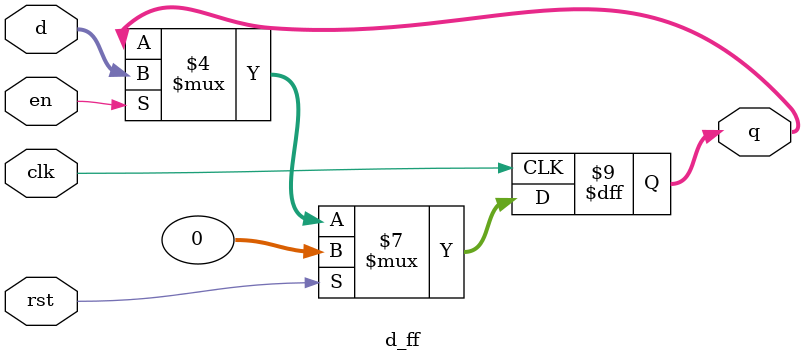
<source format=v>
module d_ff(clk, rst, en, d, q);
parameter WIDTH = 32;

input clk, rst, en;
input [WIDTH-1:0] d;
output [WIDTH-1:0] q;

wire clk, rst, en;
wire [WIDTH-1:0] d;
reg [WIDTH-1:0] q;

always @(posedge clk)
begin
	if (rst == 1'b1) begin
		q <= 0;
	end else if (en == 1'b1) begin
		q <= d;
	end

end

endmodule



</source>
